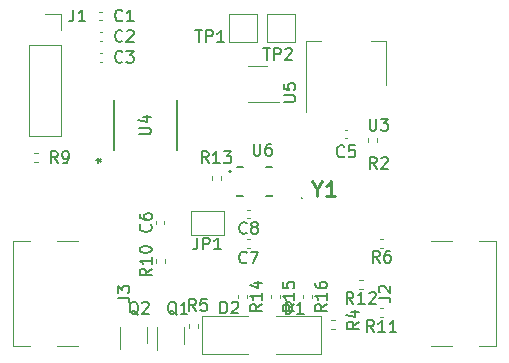
<source format=gbr>
%TF.GenerationSoftware,KiCad,Pcbnew,(6.0.7)*%
%TF.CreationDate,2025-06-10T03:22:10+09:00*%
%TF.ProjectId,AvatarSense,41766174-6172-4536-956e-73652e6b6963,rev?*%
%TF.SameCoordinates,Original*%
%TF.FileFunction,Legend,Top*%
%TF.FilePolarity,Positive*%
%FSLAX46Y46*%
G04 Gerber Fmt 4.6, Leading zero omitted, Abs format (unit mm)*
G04 Created by KiCad (PCBNEW (6.0.7)) date 2025-06-10 03:22:10*
%MOMM*%
%LPD*%
G01*
G04 APERTURE LIST*
%ADD10C,0.150000*%
%ADD11C,0.254000*%
%ADD12C,0.120000*%
%ADD13C,0.152400*%
%ADD14C,0.100000*%
%ADD15C,0.127000*%
%ADD16C,0.200000*%
G04 APERTURE END LIST*
D10*
%TO.C,C3*%
X108813333Y-104857142D02*
X108765714Y-104904761D01*
X108622857Y-104952380D01*
X108527619Y-104952380D01*
X108384761Y-104904761D01*
X108289523Y-104809523D01*
X108241904Y-104714285D01*
X108194285Y-104523809D01*
X108194285Y-104380952D01*
X108241904Y-104190476D01*
X108289523Y-104095238D01*
X108384761Y-104000000D01*
X108527619Y-103952380D01*
X108622857Y-103952380D01*
X108765714Y-104000000D01*
X108813333Y-104047619D01*
X109146666Y-103952380D02*
X109765714Y-103952380D01*
X109432380Y-104333333D01*
X109575238Y-104333333D01*
X109670476Y-104380952D01*
X109718095Y-104428571D01*
X109765714Y-104523809D01*
X109765714Y-104761904D01*
X109718095Y-104857142D01*
X109670476Y-104904761D01*
X109575238Y-104952380D01*
X109289523Y-104952380D01*
X109194285Y-104904761D01*
X109146666Y-104857142D01*
%TO.C,R10*%
X111282380Y-122392857D02*
X110806190Y-122726190D01*
X111282380Y-122964285D02*
X110282380Y-122964285D01*
X110282380Y-122583333D01*
X110330000Y-122488095D01*
X110377619Y-122440476D01*
X110472857Y-122392857D01*
X110615714Y-122392857D01*
X110710952Y-122440476D01*
X110758571Y-122488095D01*
X110806190Y-122583333D01*
X110806190Y-122964285D01*
X111282380Y-121440476D02*
X111282380Y-122011904D01*
X111282380Y-121726190D02*
X110282380Y-121726190D01*
X110425238Y-121821428D01*
X110520476Y-121916666D01*
X110568095Y-122011904D01*
X110282380Y-120821428D02*
X110282380Y-120726190D01*
X110330000Y-120630952D01*
X110377619Y-120583333D01*
X110472857Y-120535714D01*
X110663333Y-120488095D01*
X110901428Y-120488095D01*
X111091904Y-120535714D01*
X111187142Y-120583333D01*
X111234761Y-120630952D01*
X111282380Y-120726190D01*
X111282380Y-120821428D01*
X111234761Y-120916666D01*
X111187142Y-120964285D01*
X111091904Y-121011904D01*
X110901428Y-121059523D01*
X110663333Y-121059523D01*
X110472857Y-121011904D01*
X110377619Y-120964285D01*
X110330000Y-120916666D01*
X110282380Y-120821428D01*
%TO.C,C6*%
X111197142Y-118646666D02*
X111244761Y-118694285D01*
X111292380Y-118837142D01*
X111292380Y-118932380D01*
X111244761Y-119075238D01*
X111149523Y-119170476D01*
X111054285Y-119218095D01*
X110863809Y-119265714D01*
X110720952Y-119265714D01*
X110530476Y-119218095D01*
X110435238Y-119170476D01*
X110340000Y-119075238D01*
X110292380Y-118932380D01*
X110292380Y-118837142D01*
X110340000Y-118694285D01*
X110387619Y-118646666D01*
X110292380Y-117789523D02*
X110292380Y-117980000D01*
X110340000Y-118075238D01*
X110387619Y-118122857D01*
X110530476Y-118218095D01*
X110720952Y-118265714D01*
X111101904Y-118265714D01*
X111197142Y-118218095D01*
X111244761Y-118170476D01*
X111292380Y-118075238D01*
X111292380Y-117884761D01*
X111244761Y-117789523D01*
X111197142Y-117741904D01*
X111101904Y-117694285D01*
X110863809Y-117694285D01*
X110768571Y-117741904D01*
X110720952Y-117789523D01*
X110673333Y-117884761D01*
X110673333Y-118075238D01*
X110720952Y-118170476D01*
X110768571Y-118218095D01*
X110863809Y-118265714D01*
%TO.C,R4*%
X128817380Y-126891666D02*
X128341190Y-127225000D01*
X128817380Y-127463095D02*
X127817380Y-127463095D01*
X127817380Y-127082142D01*
X127865000Y-126986904D01*
X127912619Y-126939285D01*
X128007857Y-126891666D01*
X128150714Y-126891666D01*
X128245952Y-126939285D01*
X128293571Y-126986904D01*
X128341190Y-127082142D01*
X128341190Y-127463095D01*
X128150714Y-126034523D02*
X128817380Y-126034523D01*
X127769761Y-126272619D02*
X128484047Y-126510714D01*
X128484047Y-125891666D01*
%TO.C,D1*%
X122636904Y-126202380D02*
X122636904Y-125202380D01*
X122875000Y-125202380D01*
X123017857Y-125250000D01*
X123113095Y-125345238D01*
X123160714Y-125440476D01*
X123208333Y-125630952D01*
X123208333Y-125773809D01*
X123160714Y-125964285D01*
X123113095Y-126059523D01*
X123017857Y-126154761D01*
X122875000Y-126202380D01*
X122636904Y-126202380D01*
X124160714Y-126202380D02*
X123589285Y-126202380D01*
X123875000Y-126202380D02*
X123875000Y-125202380D01*
X123779761Y-125345238D01*
X123684523Y-125440476D01*
X123589285Y-125488095D01*
%TO.C,Q2*%
X110154761Y-126297619D02*
X110059523Y-126250000D01*
X109964285Y-126154761D01*
X109821428Y-126011904D01*
X109726190Y-125964285D01*
X109630952Y-125964285D01*
X109678571Y-126202380D02*
X109583333Y-126154761D01*
X109488095Y-126059523D01*
X109440476Y-125869047D01*
X109440476Y-125535714D01*
X109488095Y-125345238D01*
X109583333Y-125250000D01*
X109678571Y-125202380D01*
X109869047Y-125202380D01*
X109964285Y-125250000D01*
X110059523Y-125345238D01*
X110107142Y-125535714D01*
X110107142Y-125869047D01*
X110059523Y-126059523D01*
X109964285Y-126154761D01*
X109869047Y-126202380D01*
X109678571Y-126202380D01*
X110488095Y-125297619D02*
X110535714Y-125250000D01*
X110630952Y-125202380D01*
X110869047Y-125202380D01*
X110964285Y-125250000D01*
X111011904Y-125297619D01*
X111059523Y-125392857D01*
X111059523Y-125488095D01*
X111011904Y-125630952D01*
X110440476Y-126202380D01*
X111059523Y-126202380D01*
%TO.C,U4*%
X110202380Y-111011904D02*
X111011904Y-111011904D01*
X111107142Y-110964285D01*
X111154761Y-110916666D01*
X111202380Y-110821428D01*
X111202380Y-110630952D01*
X111154761Y-110535714D01*
X111107142Y-110488095D01*
X111011904Y-110440476D01*
X110202380Y-110440476D01*
X110535714Y-109535714D02*
X111202380Y-109535714D01*
X110154761Y-109773809D02*
X110869047Y-110011904D01*
X110869047Y-109392857D01*
X106596380Y-113225350D02*
X106834476Y-113225350D01*
X106739238Y-113463445D02*
X106834476Y-113225350D01*
X106739238Y-112987254D01*
X107024952Y-113368207D02*
X106834476Y-113225350D01*
X107024952Y-113082492D01*
X106596380Y-113225350D02*
X106834476Y-113225350D01*
X106739238Y-113463445D02*
X106834476Y-113225350D01*
X106739238Y-112987254D01*
X107024952Y-113368207D02*
X106834476Y-113225350D01*
X107024952Y-113082492D01*
%TO.C,C5*%
X127583333Y-112857142D02*
X127535714Y-112904761D01*
X127392857Y-112952380D01*
X127297619Y-112952380D01*
X127154761Y-112904761D01*
X127059523Y-112809523D01*
X127011904Y-112714285D01*
X126964285Y-112523809D01*
X126964285Y-112380952D01*
X127011904Y-112190476D01*
X127059523Y-112095238D01*
X127154761Y-112000000D01*
X127297619Y-111952380D01*
X127392857Y-111952380D01*
X127535714Y-112000000D01*
X127583333Y-112047619D01*
X128488095Y-111952380D02*
X128011904Y-111952380D01*
X127964285Y-112428571D01*
X128011904Y-112380952D01*
X128107142Y-112333333D01*
X128345238Y-112333333D01*
X128440476Y-112380952D01*
X128488095Y-112428571D01*
X128535714Y-112523809D01*
X128535714Y-112761904D01*
X128488095Y-112857142D01*
X128440476Y-112904761D01*
X128345238Y-112952380D01*
X128107142Y-112952380D01*
X128011904Y-112904761D01*
X127964285Y-112857142D01*
%TO.C,R2*%
X130333333Y-113952380D02*
X130000000Y-113476190D01*
X129761904Y-113952380D02*
X129761904Y-112952380D01*
X130142857Y-112952380D01*
X130238095Y-113000000D01*
X130285714Y-113047619D01*
X130333333Y-113142857D01*
X130333333Y-113285714D01*
X130285714Y-113380952D01*
X130238095Y-113428571D01*
X130142857Y-113476190D01*
X129761904Y-113476190D01*
X130714285Y-113047619D02*
X130761904Y-113000000D01*
X130857142Y-112952380D01*
X131095238Y-112952380D01*
X131190476Y-113000000D01*
X131238095Y-113047619D01*
X131285714Y-113142857D01*
X131285714Y-113238095D01*
X131238095Y-113380952D01*
X130666666Y-113952380D01*
X131285714Y-113952380D01*
%TO.C,R16*%
X126122380Y-125392857D02*
X125646190Y-125726190D01*
X126122380Y-125964285D02*
X125122380Y-125964285D01*
X125122380Y-125583333D01*
X125170000Y-125488095D01*
X125217619Y-125440476D01*
X125312857Y-125392857D01*
X125455714Y-125392857D01*
X125550952Y-125440476D01*
X125598571Y-125488095D01*
X125646190Y-125583333D01*
X125646190Y-125964285D01*
X126122380Y-124440476D02*
X126122380Y-125011904D01*
X126122380Y-124726190D02*
X125122380Y-124726190D01*
X125265238Y-124821428D01*
X125360476Y-124916666D01*
X125408095Y-125011904D01*
X125122380Y-123583333D02*
X125122380Y-123773809D01*
X125170000Y-123869047D01*
X125217619Y-123916666D01*
X125360476Y-124011904D01*
X125550952Y-124059523D01*
X125931904Y-124059523D01*
X126027142Y-124011904D01*
X126074761Y-123964285D01*
X126122380Y-123869047D01*
X126122380Y-123678571D01*
X126074761Y-123583333D01*
X126027142Y-123535714D01*
X125931904Y-123488095D01*
X125693809Y-123488095D01*
X125598571Y-123535714D01*
X125550952Y-123583333D01*
X125503333Y-123678571D01*
X125503333Y-123869047D01*
X125550952Y-123964285D01*
X125598571Y-124011904D01*
X125693809Y-124059523D01*
%TO.C,J1*%
X104666666Y-100452380D02*
X104666666Y-101166666D01*
X104619047Y-101309523D01*
X104523809Y-101404761D01*
X104380952Y-101452380D01*
X104285714Y-101452380D01*
X105666666Y-101452380D02*
X105095238Y-101452380D01*
X105380952Y-101452380D02*
X105380952Y-100452380D01*
X105285714Y-100595238D01*
X105190476Y-100690476D01*
X105095238Y-100738095D01*
%TO.C,Q1*%
X113404761Y-126297619D02*
X113309523Y-126250000D01*
X113214285Y-126154761D01*
X113071428Y-126011904D01*
X112976190Y-125964285D01*
X112880952Y-125964285D01*
X112928571Y-126202380D02*
X112833333Y-126154761D01*
X112738095Y-126059523D01*
X112690476Y-125869047D01*
X112690476Y-125535714D01*
X112738095Y-125345238D01*
X112833333Y-125250000D01*
X112928571Y-125202380D01*
X113119047Y-125202380D01*
X113214285Y-125250000D01*
X113309523Y-125345238D01*
X113357142Y-125535714D01*
X113357142Y-125869047D01*
X113309523Y-126059523D01*
X113214285Y-126154761D01*
X113119047Y-126202380D01*
X112928571Y-126202380D01*
X114309523Y-126202380D02*
X113738095Y-126202380D01*
X114023809Y-126202380D02*
X114023809Y-125202380D01*
X113928571Y-125345238D01*
X113833333Y-125440476D01*
X113738095Y-125488095D01*
%TO.C,C2*%
X108813333Y-103107142D02*
X108765714Y-103154761D01*
X108622857Y-103202380D01*
X108527619Y-103202380D01*
X108384761Y-103154761D01*
X108289523Y-103059523D01*
X108241904Y-102964285D01*
X108194285Y-102773809D01*
X108194285Y-102630952D01*
X108241904Y-102440476D01*
X108289523Y-102345238D01*
X108384761Y-102250000D01*
X108527619Y-102202380D01*
X108622857Y-102202380D01*
X108765714Y-102250000D01*
X108813333Y-102297619D01*
X109194285Y-102297619D02*
X109241904Y-102250000D01*
X109337142Y-102202380D01*
X109575238Y-102202380D01*
X109670476Y-102250000D01*
X109718095Y-102297619D01*
X109765714Y-102392857D01*
X109765714Y-102488095D01*
X109718095Y-102630952D01*
X109146666Y-103202380D01*
X109765714Y-103202380D01*
D11*
%TO.C,Y1*%
X125295238Y-115669761D02*
X125295238Y-116274523D01*
X124871904Y-115004523D02*
X125295238Y-115669761D01*
X125718571Y-115004523D01*
X126807142Y-116274523D02*
X126081428Y-116274523D01*
X126444285Y-116274523D02*
X126444285Y-115004523D01*
X126323333Y-115185952D01*
X126202380Y-115306904D01*
X126081428Y-115367380D01*
D10*
%TO.C,J3*%
X108407380Y-124833333D02*
X109121666Y-124833333D01*
X109264523Y-124880952D01*
X109359761Y-124976190D01*
X109407380Y-125119047D01*
X109407380Y-125214285D01*
X108407380Y-124452380D02*
X108407380Y-123833333D01*
X108788333Y-124166666D01*
X108788333Y-124023809D01*
X108835952Y-123928571D01*
X108883571Y-123880952D01*
X108978809Y-123833333D01*
X109216904Y-123833333D01*
X109312142Y-123880952D01*
X109359761Y-123928571D01*
X109407380Y-124023809D01*
X109407380Y-124309523D01*
X109359761Y-124404761D01*
X109312142Y-124452380D01*
%TO.C,C1*%
X108813333Y-101357142D02*
X108765714Y-101404761D01*
X108622857Y-101452380D01*
X108527619Y-101452380D01*
X108384761Y-101404761D01*
X108289523Y-101309523D01*
X108241904Y-101214285D01*
X108194285Y-101023809D01*
X108194285Y-100880952D01*
X108241904Y-100690476D01*
X108289523Y-100595238D01*
X108384761Y-100500000D01*
X108527619Y-100452380D01*
X108622857Y-100452380D01*
X108765714Y-100500000D01*
X108813333Y-100547619D01*
X109765714Y-101452380D02*
X109194285Y-101452380D01*
X109480000Y-101452380D02*
X109480000Y-100452380D01*
X109384761Y-100595238D01*
X109289523Y-100690476D01*
X109194285Y-100738095D01*
%TO.C,C8*%
X119333333Y-119357142D02*
X119285714Y-119404761D01*
X119142857Y-119452380D01*
X119047619Y-119452380D01*
X118904761Y-119404761D01*
X118809523Y-119309523D01*
X118761904Y-119214285D01*
X118714285Y-119023809D01*
X118714285Y-118880952D01*
X118761904Y-118690476D01*
X118809523Y-118595238D01*
X118904761Y-118500000D01*
X119047619Y-118452380D01*
X119142857Y-118452380D01*
X119285714Y-118500000D01*
X119333333Y-118547619D01*
X119904761Y-118880952D02*
X119809523Y-118833333D01*
X119761904Y-118785714D01*
X119714285Y-118690476D01*
X119714285Y-118642857D01*
X119761904Y-118547619D01*
X119809523Y-118500000D01*
X119904761Y-118452380D01*
X120095238Y-118452380D01*
X120190476Y-118500000D01*
X120238095Y-118547619D01*
X120285714Y-118642857D01*
X120285714Y-118690476D01*
X120238095Y-118785714D01*
X120190476Y-118833333D01*
X120095238Y-118880952D01*
X119904761Y-118880952D01*
X119809523Y-118928571D01*
X119761904Y-118976190D01*
X119714285Y-119071428D01*
X119714285Y-119261904D01*
X119761904Y-119357142D01*
X119809523Y-119404761D01*
X119904761Y-119452380D01*
X120095238Y-119452380D01*
X120190476Y-119404761D01*
X120238095Y-119357142D01*
X120285714Y-119261904D01*
X120285714Y-119071428D01*
X120238095Y-118976190D01*
X120190476Y-118928571D01*
X120095238Y-118880952D01*
%TO.C,R6*%
X130583333Y-121872380D02*
X130250000Y-121396190D01*
X130011904Y-121872380D02*
X130011904Y-120872380D01*
X130392857Y-120872380D01*
X130488095Y-120920000D01*
X130535714Y-120967619D01*
X130583333Y-121062857D01*
X130583333Y-121205714D01*
X130535714Y-121300952D01*
X130488095Y-121348571D01*
X130392857Y-121396190D01*
X130011904Y-121396190D01*
X131440476Y-120872380D02*
X131250000Y-120872380D01*
X131154761Y-120920000D01*
X131107142Y-120967619D01*
X131011904Y-121110476D01*
X130964285Y-121300952D01*
X130964285Y-121681904D01*
X131011904Y-121777142D01*
X131059523Y-121824761D01*
X131154761Y-121872380D01*
X131345238Y-121872380D01*
X131440476Y-121824761D01*
X131488095Y-121777142D01*
X131535714Y-121681904D01*
X131535714Y-121443809D01*
X131488095Y-121348571D01*
X131440476Y-121300952D01*
X131345238Y-121253333D01*
X131154761Y-121253333D01*
X131059523Y-121300952D01*
X131011904Y-121348571D01*
X130964285Y-121443809D01*
%TO.C,C7*%
X119333333Y-121857142D02*
X119285714Y-121904761D01*
X119142857Y-121952380D01*
X119047619Y-121952380D01*
X118904761Y-121904761D01*
X118809523Y-121809523D01*
X118761904Y-121714285D01*
X118714285Y-121523809D01*
X118714285Y-121380952D01*
X118761904Y-121190476D01*
X118809523Y-121095238D01*
X118904761Y-121000000D01*
X119047619Y-120952380D01*
X119142857Y-120952380D01*
X119285714Y-121000000D01*
X119333333Y-121047619D01*
X119666666Y-120952380D02*
X120333333Y-120952380D01*
X119904761Y-121952380D01*
%TO.C,R5*%
X115033333Y-125952380D02*
X114700000Y-125476190D01*
X114461904Y-125952380D02*
X114461904Y-124952380D01*
X114842857Y-124952380D01*
X114938095Y-125000000D01*
X114985714Y-125047619D01*
X115033333Y-125142857D01*
X115033333Y-125285714D01*
X114985714Y-125380952D01*
X114938095Y-125428571D01*
X114842857Y-125476190D01*
X114461904Y-125476190D01*
X115938095Y-124952380D02*
X115461904Y-124952380D01*
X115414285Y-125428571D01*
X115461904Y-125380952D01*
X115557142Y-125333333D01*
X115795238Y-125333333D01*
X115890476Y-125380952D01*
X115938095Y-125428571D01*
X115985714Y-125523809D01*
X115985714Y-125761904D01*
X115938095Y-125857142D01*
X115890476Y-125904761D01*
X115795238Y-125952380D01*
X115557142Y-125952380D01*
X115461904Y-125904761D01*
X115414285Y-125857142D01*
%TO.C,R13*%
X116107142Y-113452380D02*
X115773809Y-112976190D01*
X115535714Y-113452380D02*
X115535714Y-112452380D01*
X115916666Y-112452380D01*
X116011904Y-112500000D01*
X116059523Y-112547619D01*
X116107142Y-112642857D01*
X116107142Y-112785714D01*
X116059523Y-112880952D01*
X116011904Y-112928571D01*
X115916666Y-112976190D01*
X115535714Y-112976190D01*
X117059523Y-113452380D02*
X116488095Y-113452380D01*
X116773809Y-113452380D02*
X116773809Y-112452380D01*
X116678571Y-112595238D01*
X116583333Y-112690476D01*
X116488095Y-112738095D01*
X117392857Y-112452380D02*
X118011904Y-112452380D01*
X117678571Y-112833333D01*
X117821428Y-112833333D01*
X117916666Y-112880952D01*
X117964285Y-112928571D01*
X118011904Y-113023809D01*
X118011904Y-113261904D01*
X117964285Y-113357142D01*
X117916666Y-113404761D01*
X117821428Y-113452380D01*
X117535714Y-113452380D01*
X117440476Y-113404761D01*
X117392857Y-113357142D01*
%TO.C,R9*%
X103333333Y-113452380D02*
X103000000Y-112976190D01*
X102761904Y-113452380D02*
X102761904Y-112452380D01*
X103142857Y-112452380D01*
X103238095Y-112500000D01*
X103285714Y-112547619D01*
X103333333Y-112642857D01*
X103333333Y-112785714D01*
X103285714Y-112880952D01*
X103238095Y-112928571D01*
X103142857Y-112976190D01*
X102761904Y-112976190D01*
X103809523Y-113452380D02*
X104000000Y-113452380D01*
X104095238Y-113404761D01*
X104142857Y-113357142D01*
X104238095Y-113214285D01*
X104285714Y-113023809D01*
X104285714Y-112642857D01*
X104238095Y-112547619D01*
X104190476Y-112500000D01*
X104095238Y-112452380D01*
X103904761Y-112452380D01*
X103809523Y-112500000D01*
X103761904Y-112547619D01*
X103714285Y-112642857D01*
X103714285Y-112880952D01*
X103761904Y-112976190D01*
X103809523Y-113023809D01*
X103904761Y-113071428D01*
X104095238Y-113071428D01*
X104190476Y-113023809D01*
X104238095Y-112976190D01*
X104285714Y-112880952D01*
%TO.C,TP2*%
X120738095Y-103702380D02*
X121309523Y-103702380D01*
X121023809Y-104702380D02*
X121023809Y-103702380D01*
X121642857Y-104702380D02*
X121642857Y-103702380D01*
X122023809Y-103702380D01*
X122119047Y-103750000D01*
X122166666Y-103797619D01*
X122214285Y-103892857D01*
X122214285Y-104035714D01*
X122166666Y-104130952D01*
X122119047Y-104178571D01*
X122023809Y-104226190D01*
X121642857Y-104226190D01*
X122595238Y-103797619D02*
X122642857Y-103750000D01*
X122738095Y-103702380D01*
X122976190Y-103702380D01*
X123071428Y-103750000D01*
X123119047Y-103797619D01*
X123166666Y-103892857D01*
X123166666Y-103988095D01*
X123119047Y-104130952D01*
X122547619Y-104702380D01*
X123166666Y-104702380D01*
%TO.C,U5*%
X122452380Y-108261904D02*
X123261904Y-108261904D01*
X123357142Y-108214285D01*
X123404761Y-108166666D01*
X123452380Y-108071428D01*
X123452380Y-107880952D01*
X123404761Y-107785714D01*
X123357142Y-107738095D01*
X123261904Y-107690476D01*
X122452380Y-107690476D01*
X122452380Y-106738095D02*
X122452380Y-107214285D01*
X122928571Y-107261904D01*
X122880952Y-107214285D01*
X122833333Y-107119047D01*
X122833333Y-106880952D01*
X122880952Y-106785714D01*
X122928571Y-106738095D01*
X123023809Y-106690476D01*
X123261904Y-106690476D01*
X123357142Y-106738095D01*
X123404761Y-106785714D01*
X123452380Y-106880952D01*
X123452380Y-107119047D01*
X123404761Y-107214285D01*
X123357142Y-107261904D01*
%TO.C,U3*%
X129738095Y-109702380D02*
X129738095Y-110511904D01*
X129785714Y-110607142D01*
X129833333Y-110654761D01*
X129928571Y-110702380D01*
X130119047Y-110702380D01*
X130214285Y-110654761D01*
X130261904Y-110607142D01*
X130309523Y-110511904D01*
X130309523Y-109702380D01*
X130690476Y-109702380D02*
X131309523Y-109702380D01*
X130976190Y-110083333D01*
X131119047Y-110083333D01*
X131214285Y-110130952D01*
X131261904Y-110178571D01*
X131309523Y-110273809D01*
X131309523Y-110511904D01*
X131261904Y-110607142D01*
X131214285Y-110654761D01*
X131119047Y-110702380D01*
X130833333Y-110702380D01*
X130738095Y-110654761D01*
X130690476Y-110607142D01*
%TO.C,U6*%
X119913095Y-111817380D02*
X119913095Y-112626904D01*
X119960714Y-112722142D01*
X120008333Y-112769761D01*
X120103571Y-112817380D01*
X120294047Y-112817380D01*
X120389285Y-112769761D01*
X120436904Y-112722142D01*
X120484523Y-112626904D01*
X120484523Y-111817380D01*
X121389285Y-111817380D02*
X121198809Y-111817380D01*
X121103571Y-111865000D01*
X121055952Y-111912619D01*
X120960714Y-112055476D01*
X120913095Y-112245952D01*
X120913095Y-112626904D01*
X120960714Y-112722142D01*
X121008333Y-112769761D01*
X121103571Y-112817380D01*
X121294047Y-112817380D01*
X121389285Y-112769761D01*
X121436904Y-112722142D01*
X121484523Y-112626904D01*
X121484523Y-112388809D01*
X121436904Y-112293571D01*
X121389285Y-112245952D01*
X121294047Y-112198333D01*
X121103571Y-112198333D01*
X121008333Y-112245952D01*
X120960714Y-112293571D01*
X120913095Y-112388809D01*
%TO.C,R12*%
X128367142Y-125372380D02*
X128033809Y-124896190D01*
X127795714Y-125372380D02*
X127795714Y-124372380D01*
X128176666Y-124372380D01*
X128271904Y-124420000D01*
X128319523Y-124467619D01*
X128367142Y-124562857D01*
X128367142Y-124705714D01*
X128319523Y-124800952D01*
X128271904Y-124848571D01*
X128176666Y-124896190D01*
X127795714Y-124896190D01*
X129319523Y-125372380D02*
X128748095Y-125372380D01*
X129033809Y-125372380D02*
X129033809Y-124372380D01*
X128938571Y-124515238D01*
X128843333Y-124610476D01*
X128748095Y-124658095D01*
X129700476Y-124467619D02*
X129748095Y-124420000D01*
X129843333Y-124372380D01*
X130081428Y-124372380D01*
X130176666Y-124420000D01*
X130224285Y-124467619D01*
X130271904Y-124562857D01*
X130271904Y-124658095D01*
X130224285Y-124800952D01*
X129652857Y-125372380D01*
X130271904Y-125372380D01*
%TO.C,R11*%
X130097142Y-127747380D02*
X129763809Y-127271190D01*
X129525714Y-127747380D02*
X129525714Y-126747380D01*
X129906666Y-126747380D01*
X130001904Y-126795000D01*
X130049523Y-126842619D01*
X130097142Y-126937857D01*
X130097142Y-127080714D01*
X130049523Y-127175952D01*
X130001904Y-127223571D01*
X129906666Y-127271190D01*
X129525714Y-127271190D01*
X131049523Y-127747380D02*
X130478095Y-127747380D01*
X130763809Y-127747380D02*
X130763809Y-126747380D01*
X130668571Y-126890238D01*
X130573333Y-126985476D01*
X130478095Y-127033095D01*
X132001904Y-127747380D02*
X131430476Y-127747380D01*
X131716190Y-127747380D02*
X131716190Y-126747380D01*
X131620952Y-126890238D01*
X131525714Y-126985476D01*
X131430476Y-127033095D01*
%TO.C,TP1*%
X114988095Y-102202380D02*
X115559523Y-102202380D01*
X115273809Y-103202380D02*
X115273809Y-102202380D01*
X115892857Y-103202380D02*
X115892857Y-102202380D01*
X116273809Y-102202380D01*
X116369047Y-102250000D01*
X116416666Y-102297619D01*
X116464285Y-102392857D01*
X116464285Y-102535714D01*
X116416666Y-102630952D01*
X116369047Y-102678571D01*
X116273809Y-102726190D01*
X115892857Y-102726190D01*
X117416666Y-103202380D02*
X116845238Y-103202380D01*
X117130952Y-103202380D02*
X117130952Y-102202380D01*
X117035714Y-102345238D01*
X116940476Y-102440476D01*
X116845238Y-102488095D01*
%TO.C,D2*%
X117111904Y-126172380D02*
X117111904Y-125172380D01*
X117350000Y-125172380D01*
X117492857Y-125220000D01*
X117588095Y-125315238D01*
X117635714Y-125410476D01*
X117683333Y-125600952D01*
X117683333Y-125743809D01*
X117635714Y-125934285D01*
X117588095Y-126029523D01*
X117492857Y-126124761D01*
X117350000Y-126172380D01*
X117111904Y-126172380D01*
X118064285Y-125267619D02*
X118111904Y-125220000D01*
X118207142Y-125172380D01*
X118445238Y-125172380D01*
X118540476Y-125220000D01*
X118588095Y-125267619D01*
X118635714Y-125362857D01*
X118635714Y-125458095D01*
X118588095Y-125600952D01*
X118016666Y-126172380D01*
X118635714Y-126172380D01*
%TO.C,J2*%
X130497380Y-124833333D02*
X131211666Y-124833333D01*
X131354523Y-124880952D01*
X131449761Y-124976190D01*
X131497380Y-125119047D01*
X131497380Y-125214285D01*
X130592619Y-124404761D02*
X130545000Y-124357142D01*
X130497380Y-124261904D01*
X130497380Y-124023809D01*
X130545000Y-123928571D01*
X130592619Y-123880952D01*
X130687857Y-123833333D01*
X130783095Y-123833333D01*
X130925952Y-123880952D01*
X131497380Y-124452380D01*
X131497380Y-123833333D01*
%TO.C,R14*%
X120622380Y-125382857D02*
X120146190Y-125716190D01*
X120622380Y-125954285D02*
X119622380Y-125954285D01*
X119622380Y-125573333D01*
X119670000Y-125478095D01*
X119717619Y-125430476D01*
X119812857Y-125382857D01*
X119955714Y-125382857D01*
X120050952Y-125430476D01*
X120098571Y-125478095D01*
X120146190Y-125573333D01*
X120146190Y-125954285D01*
X120622380Y-124430476D02*
X120622380Y-125001904D01*
X120622380Y-124716190D02*
X119622380Y-124716190D01*
X119765238Y-124811428D01*
X119860476Y-124906666D01*
X119908095Y-125001904D01*
X119955714Y-123573333D02*
X120622380Y-123573333D01*
X119574761Y-123811428D02*
X120289047Y-124049523D01*
X120289047Y-123430476D01*
%TO.C,JP1*%
X115166666Y-119752380D02*
X115166666Y-120466666D01*
X115119047Y-120609523D01*
X115023809Y-120704761D01*
X114880952Y-120752380D01*
X114785714Y-120752380D01*
X115642857Y-120752380D02*
X115642857Y-119752380D01*
X116023809Y-119752380D01*
X116119047Y-119800000D01*
X116166666Y-119847619D01*
X116214285Y-119942857D01*
X116214285Y-120085714D01*
X116166666Y-120180952D01*
X116119047Y-120228571D01*
X116023809Y-120276190D01*
X115642857Y-120276190D01*
X117166666Y-120752380D02*
X116595238Y-120752380D01*
X116880952Y-120752380D02*
X116880952Y-119752380D01*
X116785714Y-119895238D01*
X116690476Y-119990476D01*
X116595238Y-120038095D01*
%TO.C,R15*%
X123372380Y-125382857D02*
X122896190Y-125716190D01*
X123372380Y-125954285D02*
X122372380Y-125954285D01*
X122372380Y-125573333D01*
X122420000Y-125478095D01*
X122467619Y-125430476D01*
X122562857Y-125382857D01*
X122705714Y-125382857D01*
X122800952Y-125430476D01*
X122848571Y-125478095D01*
X122896190Y-125573333D01*
X122896190Y-125954285D01*
X123372380Y-124430476D02*
X123372380Y-125001904D01*
X123372380Y-124716190D02*
X122372380Y-124716190D01*
X122515238Y-124811428D01*
X122610476Y-124906666D01*
X122658095Y-125001904D01*
X122372380Y-123525714D02*
X122372380Y-124001904D01*
X122848571Y-124049523D01*
X122800952Y-124001904D01*
X122753333Y-123906666D01*
X122753333Y-123668571D01*
X122800952Y-123573333D01*
X122848571Y-123525714D01*
X122943809Y-123478095D01*
X123181904Y-123478095D01*
X123277142Y-123525714D01*
X123324761Y-123573333D01*
X123372380Y-123668571D01*
X123372380Y-123906666D01*
X123324761Y-124001904D01*
X123277142Y-124049523D01*
D12*
%TO.C,C3*%
X106892164Y-104860000D02*
X107107836Y-104860000D01*
X106892164Y-104140000D02*
X107107836Y-104140000D01*
%TO.C,R10*%
X112380000Y-121903641D02*
X112380000Y-121596359D01*
X111620000Y-121903641D02*
X111620000Y-121596359D01*
%TO.C,C6*%
X112360000Y-118587836D02*
X112360000Y-118372164D01*
X111640000Y-118587836D02*
X111640000Y-118372164D01*
%TO.C,R4*%
X126471359Y-126745000D02*
X126778641Y-126745000D01*
X126471359Y-127505000D02*
X126778641Y-127505000D01*
%TO.C,D1*%
X125660000Y-126415000D02*
X121775000Y-126415000D01*
X121775000Y-129585000D02*
X125660000Y-129585000D01*
X125660000Y-129585000D02*
X125660000Y-126415000D01*
%TO.C,Q2*%
X110910000Y-128700000D02*
X110910000Y-127300000D01*
X108590000Y-127300000D02*
X108590000Y-129200000D01*
D13*
%TO.C,U4*%
X108070300Y-108129100D02*
X108070300Y-112370900D01*
X113429700Y-112370900D02*
X113429700Y-108129100D01*
D12*
%TO.C,C5*%
X127837836Y-111360000D02*
X127622164Y-111360000D01*
X127837836Y-110640000D02*
X127622164Y-110640000D01*
%TO.C,R2*%
X129620000Y-111663641D02*
X129620000Y-111356359D01*
X130380000Y-111663641D02*
X130380000Y-111356359D01*
%TO.C,R16*%
X124120000Y-124596359D02*
X124120000Y-124903641D01*
X124880000Y-124596359D02*
X124880000Y-124903641D01*
%TO.C,J1*%
X103605000Y-103470000D02*
X103605000Y-111150000D01*
X100945000Y-103470000D02*
X103605000Y-103470000D01*
X100945000Y-111150000D02*
X103605000Y-111150000D01*
X103605000Y-100870000D02*
X103605000Y-102200000D01*
X102275000Y-100870000D02*
X103605000Y-100870000D01*
X100945000Y-103470000D02*
X100945000Y-111150000D01*
%TO.C,Q1*%
X114060000Y-128750000D02*
X114060000Y-127350000D01*
X111740000Y-127350000D02*
X111740000Y-129250000D01*
%TO.C,C2*%
X106892164Y-103110000D02*
X107107836Y-103110000D01*
X106892164Y-102390000D02*
X107107836Y-102390000D01*
D14*
%TO.C,Y1*%
X124000000Y-116400000D02*
X124000000Y-116400000D01*
X123900000Y-116400000D02*
X123900000Y-116400000D01*
X123900000Y-116400000D02*
G75*
G03*
X124000000Y-116400000I50000J0D01*
G01*
X124000000Y-116400000D02*
G75*
G03*
X123900000Y-116400000I-50000J0D01*
G01*
D12*
%TO.C,J3*%
X105045000Y-128970000D02*
X103245000Y-128970000D01*
X99535000Y-120030000D02*
X100995000Y-120030000D01*
X105045000Y-120030000D02*
X103245000Y-120030000D01*
X99535000Y-128970000D02*
X100995000Y-128970000D01*
X99535000Y-128970000D02*
X99535000Y-120030000D01*
%TO.C,C1*%
X106872164Y-100640000D02*
X107087836Y-100640000D01*
X106872164Y-101360000D02*
X107087836Y-101360000D01*
%TO.C,C8*%
X119392164Y-118110000D02*
X119607836Y-118110000D01*
X119392164Y-117390000D02*
X119607836Y-117390000D01*
%TO.C,R6*%
X130903641Y-120630000D02*
X130596359Y-120630000D01*
X130903641Y-119870000D02*
X130596359Y-119870000D01*
%TO.C,C7*%
X119392164Y-120610000D02*
X119607836Y-120610000D01*
X119392164Y-119890000D02*
X119607836Y-119890000D01*
%TO.C,R5*%
X115230000Y-127096359D02*
X115230000Y-127403641D01*
X114470000Y-127096359D02*
X114470000Y-127403641D01*
%TO.C,R13*%
X117130000Y-114893641D02*
X117130000Y-114586359D01*
X116370000Y-114893641D02*
X116370000Y-114586359D01*
%TO.C,R9*%
X101346359Y-112620000D02*
X101653641Y-112620000D01*
X101346359Y-113380000D02*
X101653641Y-113380000D01*
%TO.C,TP2*%
X121050000Y-103200000D02*
X121050000Y-100800000D01*
X121050000Y-100800000D02*
X123450000Y-100800000D01*
X123450000Y-103200000D02*
X121050000Y-103200000D01*
X123450000Y-100800000D02*
X123450000Y-103200000D01*
%TO.C,U5*%
X120250000Y-105190000D02*
X121050000Y-105190000D01*
X120250000Y-108310000D02*
X119450000Y-108310000D01*
X120250000Y-105190000D02*
X119450000Y-105190000D01*
X120250000Y-108310000D02*
X122050000Y-108310000D01*
%TO.C,U3*%
X124340000Y-109100000D02*
X124340000Y-103090000D01*
X124340000Y-103090000D02*
X125600000Y-103090000D01*
X131160000Y-106850000D02*
X131160000Y-103090000D01*
X131160000Y-103090000D02*
X129900000Y-103090000D01*
D15*
%TO.C,U6*%
X118500000Y-113750000D02*
X119055000Y-113750000D01*
X121500000Y-113750000D02*
X121500000Y-113805000D01*
X119055000Y-116250000D02*
X118500000Y-116250000D01*
X121500000Y-116250000D02*
X121500000Y-116195000D01*
X118500000Y-116250000D02*
X118500000Y-116195000D01*
X120945000Y-113750000D02*
X121500000Y-113750000D01*
X121500000Y-116250000D02*
X120945000Y-116250000D01*
X118500000Y-113750000D02*
X118500000Y-113805000D01*
D16*
X118031000Y-114150000D02*
G75*
G03*
X118031000Y-114150000I-100000J0D01*
G01*
D12*
%TO.C,R12*%
X129163641Y-123370000D02*
X128856359Y-123370000D01*
X129163641Y-124130000D02*
X128856359Y-124130000D01*
%TO.C,R11*%
X130893641Y-125745000D02*
X130586359Y-125745000D01*
X130893641Y-126505000D02*
X130586359Y-126505000D01*
%TO.C,TP1*%
X120200000Y-103200000D02*
X117800000Y-103200000D01*
X120200000Y-100800000D02*
X120200000Y-103200000D01*
X117800000Y-100800000D02*
X120200000Y-100800000D01*
X117800000Y-103200000D02*
X117800000Y-100800000D01*
%TO.C,D2*%
X119450000Y-126415000D02*
X115565000Y-126415000D01*
X115565000Y-126415000D02*
X115565000Y-129585000D01*
X115565000Y-129585000D02*
X119450000Y-129585000D01*
%TO.C,J2*%
X134955000Y-128970000D02*
X136755000Y-128970000D01*
X140465000Y-120030000D02*
X139005000Y-120030000D01*
X140465000Y-128970000D02*
X139005000Y-128970000D01*
X134955000Y-120030000D02*
X136755000Y-120030000D01*
X140465000Y-120030000D02*
X140465000Y-128970000D01*
%TO.C,R14*%
X118620000Y-124586359D02*
X118620000Y-124893641D01*
X119380000Y-124586359D02*
X119380000Y-124893641D01*
%TO.C,JP1*%
X114600000Y-119500000D02*
X114600000Y-117500000D01*
X117400000Y-119500000D02*
X114600000Y-119500000D01*
X114600000Y-117500000D02*
X117400000Y-117500000D01*
X117400000Y-117500000D02*
X117400000Y-119500000D01*
%TO.C,R15*%
X121370000Y-124586359D02*
X121370000Y-124893641D01*
X122130000Y-124586359D02*
X122130000Y-124893641D01*
%TD*%
M02*

</source>
